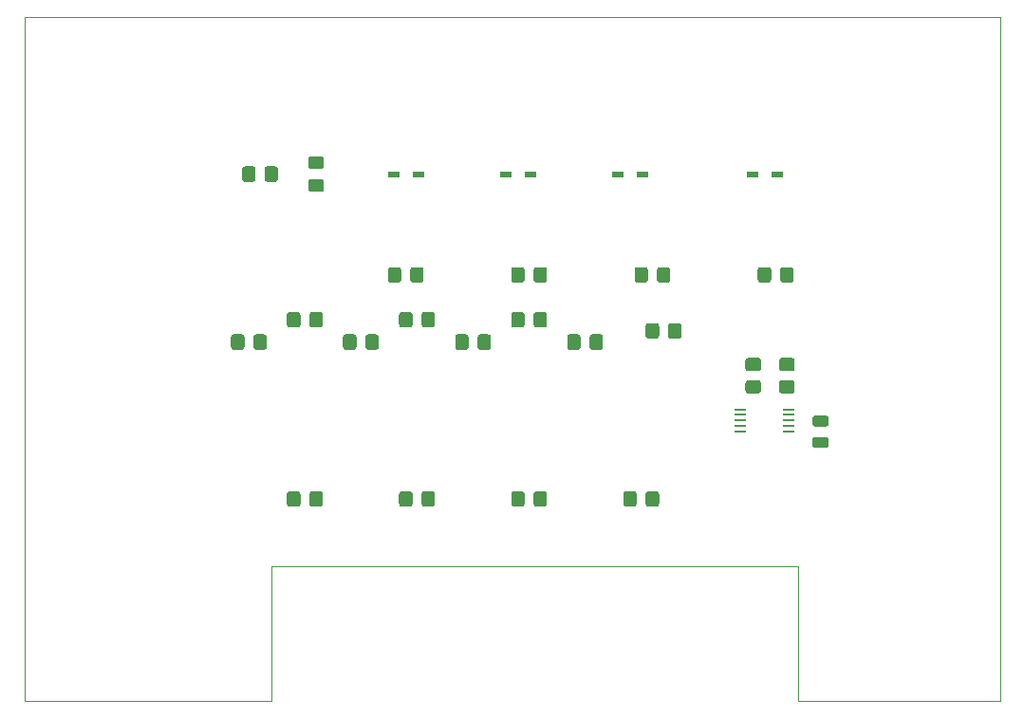
<source format=gbr>
%TF.GenerationSoftware,KiCad,Pcbnew,5.1.7-a382d34a8~87~ubuntu18.04.1*%
%TF.CreationDate,2020-10-24T22:54:41-03:00*%
%TF.ProjectId,TP-CESE,54502d43-4553-4452-9e6b-696361645f70,1*%
%TF.SameCoordinates,Original*%
%TF.FileFunction,Paste,Top*%
%TF.FilePolarity,Positive*%
%FSLAX46Y46*%
G04 Gerber Fmt 4.6, Leading zero omitted, Abs format (unit mm)*
G04 Created by KiCad (PCBNEW 5.1.7-a382d34a8~87~ubuntu18.04.1) date 2020-10-24 22:54:41*
%MOMM*%
%LPD*%
G01*
G04 APERTURE LIST*
%TA.AperFunction,Profile*%
%ADD10C,0.050000*%
%TD*%
%ADD11R,1.100000X0.600000*%
%ADD12R,1.100000X0.250000*%
G04 APERTURE END LIST*
D10*
X158000000Y-128000000D02*
X158000000Y-126000000D01*
X176000000Y-128000000D02*
X158000000Y-128000000D01*
X176000000Y-126000000D02*
X176000000Y-128000000D01*
X111000000Y-128000000D02*
X111000000Y-126000000D01*
X89000000Y-128000000D02*
X111000000Y-128000000D01*
X89000000Y-126000000D02*
X89000000Y-128000000D01*
X176000000Y-67000000D02*
X174000000Y-67000000D01*
X176000000Y-126000000D02*
X176000000Y-67000000D01*
X158000000Y-116000000D02*
X158000000Y-126000000D01*
X111000000Y-116000000D02*
X158000000Y-116000000D01*
X111000000Y-126000000D02*
X111000000Y-116000000D01*
X89000000Y-123000000D02*
X89000000Y-126000000D01*
X89000000Y-123000000D02*
X89000000Y-67000000D01*
X89000000Y-67000000D02*
X174000000Y-67000000D01*
%TO.C,C1*%
G36*
G01*
X159525000Y-104450000D02*
X160475000Y-104450000D01*
G75*
G02*
X160725000Y-104700000I0J-250000D01*
G01*
X160725000Y-105200000D01*
G75*
G02*
X160475000Y-105450000I-250000J0D01*
G01*
X159525000Y-105450000D01*
G75*
G02*
X159275000Y-105200000I0J250000D01*
G01*
X159275000Y-104700000D01*
G75*
G02*
X159525000Y-104450000I250000J0D01*
G01*
G37*
G36*
G01*
X159525000Y-102550000D02*
X160475000Y-102550000D01*
G75*
G02*
X160725000Y-102800000I0J-250000D01*
G01*
X160725000Y-103300000D01*
G75*
G02*
X160475000Y-103550000I-250000J0D01*
G01*
X159525000Y-103550000D01*
G75*
G02*
X159275000Y-103300000I0J250000D01*
G01*
X159275000Y-102800000D01*
G75*
G02*
X159525000Y-102550000I250000J0D01*
G01*
G37*
%TD*%
%TO.C,R12*%
G36*
G01*
X145600000Y-94549999D02*
X145600000Y-95450001D01*
G75*
G02*
X145350001Y-95700000I-249999J0D01*
G01*
X144649999Y-95700000D01*
G75*
G02*
X144400000Y-95450001I0J249999D01*
G01*
X144400000Y-94549999D01*
G75*
G02*
X144649999Y-94300000I249999J0D01*
G01*
X145350001Y-94300000D01*
G75*
G02*
X145600000Y-94549999I0J-249999D01*
G01*
G37*
G36*
G01*
X147600000Y-94549999D02*
X147600000Y-95450001D01*
G75*
G02*
X147350001Y-95700000I-249999J0D01*
G01*
X146649999Y-95700000D01*
G75*
G02*
X146400000Y-95450001I0J249999D01*
G01*
X146400000Y-94549999D01*
G75*
G02*
X146649999Y-94300000I249999J0D01*
G01*
X147350001Y-94300000D01*
G75*
G02*
X147600000Y-94549999I0J-249999D01*
G01*
G37*
%TD*%
%TO.C,R19*%
G36*
G01*
X109600000Y-80549999D02*
X109600000Y-81450001D01*
G75*
G02*
X109350001Y-81700000I-249999J0D01*
G01*
X108649999Y-81700000D01*
G75*
G02*
X108400000Y-81450001I0J249999D01*
G01*
X108400000Y-80549999D01*
G75*
G02*
X108649999Y-80300000I249999J0D01*
G01*
X109350001Y-80300000D01*
G75*
G02*
X109600000Y-80549999I0J-249999D01*
G01*
G37*
G36*
G01*
X111600000Y-80549999D02*
X111600000Y-81450001D01*
G75*
G02*
X111350001Y-81700000I-249999J0D01*
G01*
X110649999Y-81700000D01*
G75*
G02*
X110400000Y-81450001I0J249999D01*
G01*
X110400000Y-80549999D01*
G75*
G02*
X110649999Y-80300000I249999J0D01*
G01*
X111350001Y-80300000D01*
G75*
G02*
X111600000Y-80549999I0J-249999D01*
G01*
G37*
%TD*%
%TO.C,D5*%
G36*
G01*
X115450001Y-80550000D02*
X114549999Y-80550000D01*
G75*
G02*
X114300000Y-80300001I0J249999D01*
G01*
X114300000Y-79649999D01*
G75*
G02*
X114549999Y-79400000I249999J0D01*
G01*
X115450001Y-79400000D01*
G75*
G02*
X115700000Y-79649999I0J-249999D01*
G01*
X115700000Y-80300001D01*
G75*
G02*
X115450001Y-80550000I-249999J0D01*
G01*
G37*
G36*
G01*
X115450001Y-82600000D02*
X114549999Y-82600000D01*
G75*
G02*
X114300000Y-82350001I0J249999D01*
G01*
X114300000Y-81699999D01*
G75*
G02*
X114549999Y-81450000I249999J0D01*
G01*
X115450001Y-81450000D01*
G75*
G02*
X115700000Y-81699999I0J-249999D01*
G01*
X115700000Y-82350001D01*
G75*
G02*
X115450001Y-82600000I-249999J0D01*
G01*
G37*
%TD*%
%TO.C,R18*%
G36*
G01*
X153549999Y-99400000D02*
X154450001Y-99400000D01*
G75*
G02*
X154700000Y-99649999I0J-249999D01*
G01*
X154700000Y-100350001D01*
G75*
G02*
X154450001Y-100600000I-249999J0D01*
G01*
X153549999Y-100600000D01*
G75*
G02*
X153300000Y-100350001I0J249999D01*
G01*
X153300000Y-99649999D01*
G75*
G02*
X153549999Y-99400000I249999J0D01*
G01*
G37*
G36*
G01*
X153549999Y-97400000D02*
X154450001Y-97400000D01*
G75*
G02*
X154700000Y-97649999I0J-249999D01*
G01*
X154700000Y-98350001D01*
G75*
G02*
X154450001Y-98600000I-249999J0D01*
G01*
X153549999Y-98600000D01*
G75*
G02*
X153300000Y-98350001I0J249999D01*
G01*
X153300000Y-97649999D01*
G75*
G02*
X153549999Y-97400000I249999J0D01*
G01*
G37*
%TD*%
%TO.C,R17*%
G36*
G01*
X157450400Y-98600000D02*
X156549600Y-98600000D01*
G75*
G02*
X156300000Y-98350400I0J249600D01*
G01*
X156300000Y-97649600D01*
G75*
G02*
X156549600Y-97400000I249600J0D01*
G01*
X157450400Y-97400000D01*
G75*
G02*
X157700000Y-97649600I0J-249600D01*
G01*
X157700000Y-98350400D01*
G75*
G02*
X157450400Y-98600000I-249600J0D01*
G01*
G37*
G36*
G01*
X157450001Y-100600000D02*
X156549999Y-100600000D01*
G75*
G02*
X156300000Y-100350001I0J249999D01*
G01*
X156300000Y-99649999D01*
G75*
G02*
X156549999Y-99400000I249999J0D01*
G01*
X157450001Y-99400000D01*
G75*
G02*
X157700000Y-99649999I0J-249999D01*
G01*
X157700000Y-100350001D01*
G75*
G02*
X157450001Y-100600000I-249999J0D01*
G01*
G37*
%TD*%
%TO.C,R16*%
G36*
G01*
X155600000Y-89549999D02*
X155600000Y-90450001D01*
G75*
G02*
X155350001Y-90700000I-249999J0D01*
G01*
X154649999Y-90700000D01*
G75*
G02*
X154400000Y-90450001I0J249999D01*
G01*
X154400000Y-89549999D01*
G75*
G02*
X154649999Y-89300000I249999J0D01*
G01*
X155350001Y-89300000D01*
G75*
G02*
X155600000Y-89549999I0J-249999D01*
G01*
G37*
G36*
G01*
X157600000Y-89549999D02*
X157600000Y-90450001D01*
G75*
G02*
X157350001Y-90700000I-249999J0D01*
G01*
X156649999Y-90700000D01*
G75*
G02*
X156400000Y-90450001I0J249999D01*
G01*
X156400000Y-89549999D01*
G75*
G02*
X156649999Y-89300000I249999J0D01*
G01*
X157350001Y-89300000D01*
G75*
G02*
X157600000Y-89549999I0J-249999D01*
G01*
G37*
%TD*%
%TO.C,R15*%
G36*
G01*
X144600000Y-89549999D02*
X144600000Y-90450001D01*
G75*
G02*
X144350001Y-90700000I-249999J0D01*
G01*
X143649999Y-90700000D01*
G75*
G02*
X143400000Y-90450001I0J249999D01*
G01*
X143400000Y-89549999D01*
G75*
G02*
X143649999Y-89300000I249999J0D01*
G01*
X144350001Y-89300000D01*
G75*
G02*
X144600000Y-89549999I0J-249999D01*
G01*
G37*
G36*
G01*
X146600000Y-89549999D02*
X146600000Y-90450001D01*
G75*
G02*
X146350001Y-90700000I-249999J0D01*
G01*
X145649999Y-90700000D01*
G75*
G02*
X145400000Y-90450001I0J249999D01*
G01*
X145400000Y-89549999D01*
G75*
G02*
X145649999Y-89300000I249999J0D01*
G01*
X146350001Y-89300000D01*
G75*
G02*
X146600000Y-89549999I0J-249999D01*
G01*
G37*
%TD*%
%TO.C,R14*%
G36*
G01*
X133600000Y-89549999D02*
X133600000Y-90450001D01*
G75*
G02*
X133350001Y-90700000I-249999J0D01*
G01*
X132649999Y-90700000D01*
G75*
G02*
X132400000Y-90450001I0J249999D01*
G01*
X132400000Y-89549999D01*
G75*
G02*
X132649999Y-89300000I249999J0D01*
G01*
X133350001Y-89300000D01*
G75*
G02*
X133600000Y-89549999I0J-249999D01*
G01*
G37*
G36*
G01*
X135600000Y-89549999D02*
X135600000Y-90450001D01*
G75*
G02*
X135350001Y-90700000I-249999J0D01*
G01*
X134649999Y-90700000D01*
G75*
G02*
X134400000Y-90450001I0J249999D01*
G01*
X134400000Y-89549999D01*
G75*
G02*
X134649999Y-89300000I249999J0D01*
G01*
X135350001Y-89300000D01*
G75*
G02*
X135600000Y-89549999I0J-249999D01*
G01*
G37*
%TD*%
%TO.C,R13*%
G36*
G01*
X122600000Y-89549999D02*
X122600000Y-90450001D01*
G75*
G02*
X122350001Y-90700000I-249999J0D01*
G01*
X121649999Y-90700000D01*
G75*
G02*
X121400000Y-90450001I0J249999D01*
G01*
X121400000Y-89549999D01*
G75*
G02*
X121649999Y-89300000I249999J0D01*
G01*
X122350001Y-89300000D01*
G75*
G02*
X122600000Y-89549999I0J-249999D01*
G01*
G37*
G36*
G01*
X124600000Y-89549999D02*
X124600000Y-90450001D01*
G75*
G02*
X124350001Y-90700000I-249999J0D01*
G01*
X123649999Y-90700000D01*
G75*
G02*
X123400000Y-90450001I0J249999D01*
G01*
X123400000Y-89549999D01*
G75*
G02*
X123649999Y-89300000I249999J0D01*
G01*
X124350001Y-89300000D01*
G75*
G02*
X124600000Y-89549999I0J-249999D01*
G01*
G37*
%TD*%
%TO.C,R11*%
G36*
G01*
X133600000Y-93549999D02*
X133600000Y-94450001D01*
G75*
G02*
X133350001Y-94700000I-249999J0D01*
G01*
X132649999Y-94700000D01*
G75*
G02*
X132400000Y-94450001I0J249999D01*
G01*
X132400000Y-93549999D01*
G75*
G02*
X132649999Y-93300000I249999J0D01*
G01*
X133350001Y-93300000D01*
G75*
G02*
X133600000Y-93549999I0J-249999D01*
G01*
G37*
G36*
G01*
X135600000Y-93549999D02*
X135600000Y-94450001D01*
G75*
G02*
X135350001Y-94700000I-249999J0D01*
G01*
X134649999Y-94700000D01*
G75*
G02*
X134400000Y-94450001I0J249999D01*
G01*
X134400000Y-93549999D01*
G75*
G02*
X134649999Y-93300000I249999J0D01*
G01*
X135350001Y-93300000D01*
G75*
G02*
X135600000Y-93549999I0J-249999D01*
G01*
G37*
%TD*%
%TO.C,R10*%
G36*
G01*
X123600000Y-93549999D02*
X123600000Y-94450001D01*
G75*
G02*
X123350001Y-94700000I-249999J0D01*
G01*
X122649999Y-94700000D01*
G75*
G02*
X122400000Y-94450001I0J249999D01*
G01*
X122400000Y-93549999D01*
G75*
G02*
X122649999Y-93300000I249999J0D01*
G01*
X123350001Y-93300000D01*
G75*
G02*
X123600000Y-93549999I0J-249999D01*
G01*
G37*
G36*
G01*
X125600000Y-93549999D02*
X125600000Y-94450001D01*
G75*
G02*
X125350001Y-94700000I-249999J0D01*
G01*
X124649999Y-94700000D01*
G75*
G02*
X124400000Y-94450001I0J249999D01*
G01*
X124400000Y-93549999D01*
G75*
G02*
X124649999Y-93300000I249999J0D01*
G01*
X125350001Y-93300000D01*
G75*
G02*
X125600000Y-93549999I0J-249999D01*
G01*
G37*
%TD*%
%TO.C,R9*%
G36*
G01*
X113600000Y-93549999D02*
X113600000Y-94450001D01*
G75*
G02*
X113350001Y-94700000I-249999J0D01*
G01*
X112649999Y-94700000D01*
G75*
G02*
X112400000Y-94450001I0J249999D01*
G01*
X112400000Y-93549999D01*
G75*
G02*
X112649999Y-93300000I249999J0D01*
G01*
X113350001Y-93300000D01*
G75*
G02*
X113600000Y-93549999I0J-249999D01*
G01*
G37*
G36*
G01*
X115600000Y-93549999D02*
X115600000Y-94450001D01*
G75*
G02*
X115350001Y-94700000I-249999J0D01*
G01*
X114649999Y-94700000D01*
G75*
G02*
X114400000Y-94450001I0J249999D01*
G01*
X114400000Y-93549999D01*
G75*
G02*
X114649999Y-93300000I249999J0D01*
G01*
X115350001Y-93300000D01*
G75*
G02*
X115600000Y-93549999I0J-249999D01*
G01*
G37*
%TD*%
%TO.C,R8*%
G36*
G01*
X139400000Y-96450001D02*
X139400000Y-95549999D01*
G75*
G02*
X139649999Y-95300000I249999J0D01*
G01*
X140350001Y-95300000D01*
G75*
G02*
X140600000Y-95549999I0J-249999D01*
G01*
X140600000Y-96450001D01*
G75*
G02*
X140350001Y-96700000I-249999J0D01*
G01*
X139649999Y-96700000D01*
G75*
G02*
X139400000Y-96450001I0J249999D01*
G01*
G37*
G36*
G01*
X137400000Y-96450001D02*
X137400000Y-95549999D01*
G75*
G02*
X137649999Y-95300000I249999J0D01*
G01*
X138350001Y-95300000D01*
G75*
G02*
X138600000Y-95549999I0J-249999D01*
G01*
X138600000Y-96450001D01*
G75*
G02*
X138350001Y-96700000I-249999J0D01*
G01*
X137649999Y-96700000D01*
G75*
G02*
X137400000Y-96450001I0J249999D01*
G01*
G37*
%TD*%
%TO.C,R7*%
G36*
G01*
X129400000Y-96450001D02*
X129400000Y-95549999D01*
G75*
G02*
X129649999Y-95300000I249999J0D01*
G01*
X130350001Y-95300000D01*
G75*
G02*
X130600000Y-95549999I0J-249999D01*
G01*
X130600000Y-96450001D01*
G75*
G02*
X130350001Y-96700000I-249999J0D01*
G01*
X129649999Y-96700000D01*
G75*
G02*
X129400000Y-96450001I0J249999D01*
G01*
G37*
G36*
G01*
X127400000Y-96450001D02*
X127400000Y-95549999D01*
G75*
G02*
X127649999Y-95300000I249999J0D01*
G01*
X128350001Y-95300000D01*
G75*
G02*
X128600000Y-95549999I0J-249999D01*
G01*
X128600000Y-96450001D01*
G75*
G02*
X128350001Y-96700000I-249999J0D01*
G01*
X127649999Y-96700000D01*
G75*
G02*
X127400000Y-96450001I0J249999D01*
G01*
G37*
%TD*%
%TO.C,R6*%
G36*
G01*
X119400000Y-96450001D02*
X119400000Y-95549999D01*
G75*
G02*
X119649999Y-95300000I249999J0D01*
G01*
X120350001Y-95300000D01*
G75*
G02*
X120600000Y-95549999I0J-249999D01*
G01*
X120600000Y-96450001D01*
G75*
G02*
X120350001Y-96700000I-249999J0D01*
G01*
X119649999Y-96700000D01*
G75*
G02*
X119400000Y-96450001I0J249999D01*
G01*
G37*
G36*
G01*
X117400000Y-96450001D02*
X117400000Y-95549999D01*
G75*
G02*
X117649999Y-95300000I249999J0D01*
G01*
X118350001Y-95300000D01*
G75*
G02*
X118600000Y-95549999I0J-249999D01*
G01*
X118600000Y-96450001D01*
G75*
G02*
X118350001Y-96700000I-249999J0D01*
G01*
X117649999Y-96700000D01*
G75*
G02*
X117400000Y-96450001I0J249999D01*
G01*
G37*
%TD*%
%TO.C,R5*%
G36*
G01*
X109400000Y-96450001D02*
X109400000Y-95549999D01*
G75*
G02*
X109649999Y-95300000I249999J0D01*
G01*
X110350001Y-95300000D01*
G75*
G02*
X110600000Y-95549999I0J-249999D01*
G01*
X110600000Y-96450001D01*
G75*
G02*
X110350001Y-96700000I-249999J0D01*
G01*
X109649999Y-96700000D01*
G75*
G02*
X109400000Y-96450001I0J249999D01*
G01*
G37*
G36*
G01*
X107400000Y-96450001D02*
X107400000Y-95549999D01*
G75*
G02*
X107649999Y-95300000I249999J0D01*
G01*
X108350001Y-95300000D01*
G75*
G02*
X108600000Y-95549999I0J-249999D01*
G01*
X108600000Y-96450001D01*
G75*
G02*
X108350001Y-96700000I-249999J0D01*
G01*
X107649999Y-96700000D01*
G75*
G02*
X107400000Y-96450001I0J249999D01*
G01*
G37*
%TD*%
%TO.C,R4*%
G36*
G01*
X144400000Y-110450001D02*
X144400000Y-109549999D01*
G75*
G02*
X144649999Y-109300000I249999J0D01*
G01*
X145350001Y-109300000D01*
G75*
G02*
X145600000Y-109549999I0J-249999D01*
G01*
X145600000Y-110450001D01*
G75*
G02*
X145350001Y-110700000I-249999J0D01*
G01*
X144649999Y-110700000D01*
G75*
G02*
X144400000Y-110450001I0J249999D01*
G01*
G37*
G36*
G01*
X142400000Y-110450001D02*
X142400000Y-109549999D01*
G75*
G02*
X142649999Y-109300000I249999J0D01*
G01*
X143350001Y-109300000D01*
G75*
G02*
X143600000Y-109549999I0J-249999D01*
G01*
X143600000Y-110450001D01*
G75*
G02*
X143350001Y-110700000I-249999J0D01*
G01*
X142649999Y-110700000D01*
G75*
G02*
X142400000Y-110450001I0J249999D01*
G01*
G37*
%TD*%
%TO.C,R3*%
G36*
G01*
X134400000Y-110450001D02*
X134400000Y-109549999D01*
G75*
G02*
X134649999Y-109300000I249999J0D01*
G01*
X135350001Y-109300000D01*
G75*
G02*
X135600000Y-109549999I0J-249999D01*
G01*
X135600000Y-110450001D01*
G75*
G02*
X135350001Y-110700000I-249999J0D01*
G01*
X134649999Y-110700000D01*
G75*
G02*
X134400000Y-110450001I0J249999D01*
G01*
G37*
G36*
G01*
X132400000Y-110450001D02*
X132400000Y-109549999D01*
G75*
G02*
X132649999Y-109300000I249999J0D01*
G01*
X133350001Y-109300000D01*
G75*
G02*
X133600000Y-109549999I0J-249999D01*
G01*
X133600000Y-110450001D01*
G75*
G02*
X133350001Y-110700000I-249999J0D01*
G01*
X132649999Y-110700000D01*
G75*
G02*
X132400000Y-110450001I0J249999D01*
G01*
G37*
%TD*%
%TO.C,R2*%
G36*
G01*
X124400000Y-110450001D02*
X124400000Y-109549999D01*
G75*
G02*
X124649999Y-109300000I249999J0D01*
G01*
X125350001Y-109300000D01*
G75*
G02*
X125600000Y-109549999I0J-249999D01*
G01*
X125600000Y-110450001D01*
G75*
G02*
X125350001Y-110700000I-249999J0D01*
G01*
X124649999Y-110700000D01*
G75*
G02*
X124400000Y-110450001I0J249999D01*
G01*
G37*
G36*
G01*
X122400000Y-110450001D02*
X122400000Y-109549999D01*
G75*
G02*
X122649999Y-109300000I249999J0D01*
G01*
X123350001Y-109300000D01*
G75*
G02*
X123600000Y-109549999I0J-249999D01*
G01*
X123600000Y-110450001D01*
G75*
G02*
X123350001Y-110700000I-249999J0D01*
G01*
X122649999Y-110700000D01*
G75*
G02*
X122400000Y-110450001I0J249999D01*
G01*
G37*
%TD*%
%TO.C,R1*%
G36*
G01*
X114400000Y-110450001D02*
X114400000Y-109549999D01*
G75*
G02*
X114649999Y-109300000I249999J0D01*
G01*
X115350001Y-109300000D01*
G75*
G02*
X115600000Y-109549999I0J-249999D01*
G01*
X115600000Y-110450001D01*
G75*
G02*
X115350001Y-110700000I-249999J0D01*
G01*
X114649999Y-110700000D01*
G75*
G02*
X114400000Y-110450001I0J249999D01*
G01*
G37*
G36*
G01*
X112400000Y-110450001D02*
X112400000Y-109549999D01*
G75*
G02*
X112649999Y-109300000I249999J0D01*
G01*
X113350001Y-109300000D01*
G75*
G02*
X113600000Y-109549999I0J-249999D01*
G01*
X113600000Y-110450001D01*
G75*
G02*
X113350001Y-110700000I-249999J0D01*
G01*
X112649999Y-110700000D01*
G75*
G02*
X112400000Y-110450001I0J249999D01*
G01*
G37*
%TD*%
D11*
%TO.C,D4*%
X153900000Y-81000000D03*
X156100000Y-81000000D03*
%TD*%
%TO.C,D3*%
X141900000Y-81000000D03*
X144100000Y-81000000D03*
%TD*%
%TO.C,D2*%
X131900000Y-81000000D03*
X134100000Y-81000000D03*
%TD*%
%TO.C,D1*%
X121900000Y-81000000D03*
X124100000Y-81000000D03*
%TD*%
D12*
%TO.C,U5*%
X152850000Y-102000000D03*
X152850000Y-102500000D03*
X152850000Y-103000000D03*
X152850000Y-103500000D03*
X152850000Y-104000000D03*
X157150000Y-104000000D03*
X157150000Y-103500000D03*
X157150000Y-103000000D03*
X157150000Y-102500000D03*
X157150000Y-102000000D03*
%TD*%
M02*

</source>
